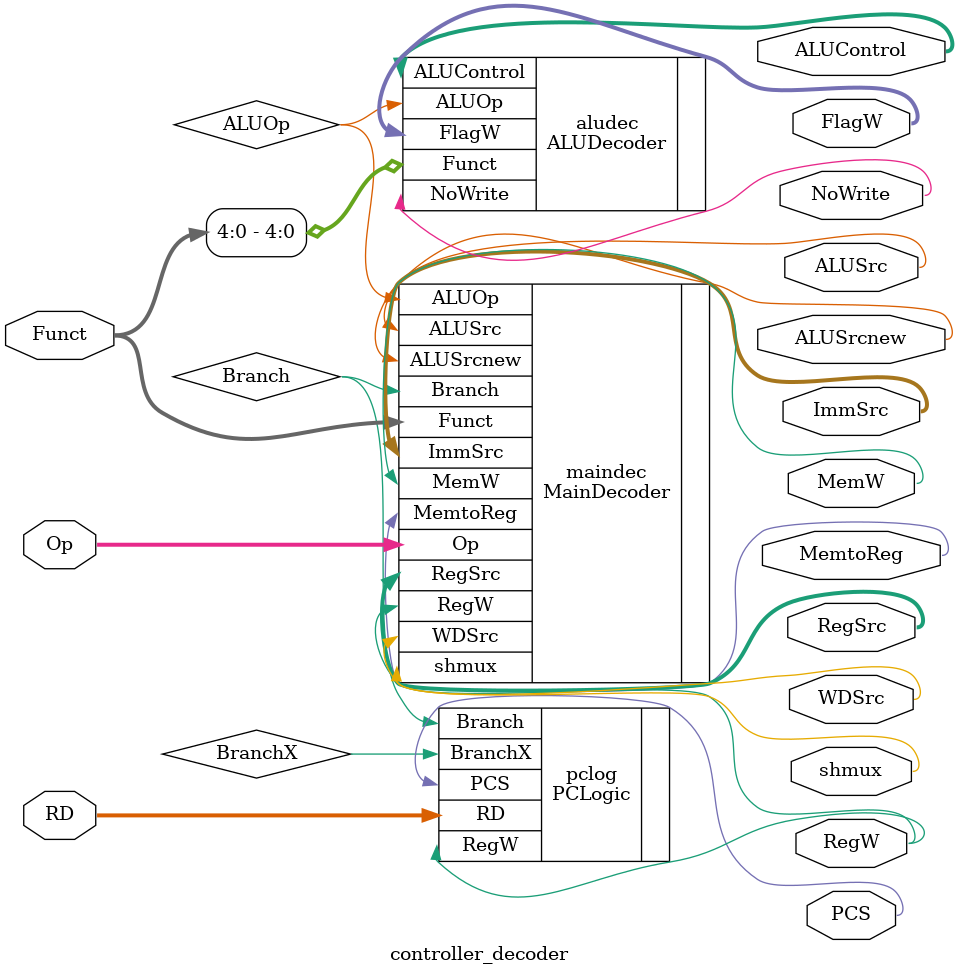
<source format=v>
module controller_decoder(input [3:0] RD, output [3:0] ALUControl, input [1:0] Op, input [5:0] Funct,
output PCS, RegW, MemW, MemtoReg,ALUSrc, WDSrc, NoWrite, shmux, ALUSrcnew,
output [1:0] ImmSrc, FlagW,
output [2:0] RegSrc);

wire Branch, ALUOp, BranchX;

MainDecoder maindec(.Op(Op), .Funct(Funct),.Branch(Branch), 
.RegW(RegW), .MemW(MemW), .MemtoReg(MemtoReg), .ALUSrc(ALUSrc), .ALUOp(ALUOp), .shmux(shmux), .ALUSrcnew(ALUSrcnew),
.ImmSrc(ImmSrc), .RegSrc(RegSrc), .WDSrc(WDSrc));

ALUDecoder aludec(.ALUOp(ALUOp), .Funct(Funct[4:0]), 
.ALUControl(ALUControl), .FlagW(FlagW),.NoWrite(NoWrite));

PCLogic pclog(.Branch(Branch),.BranchX(BranchX), .RegW(RegW), .RD(RD), .PCS(PCS));


endmodule
</source>
